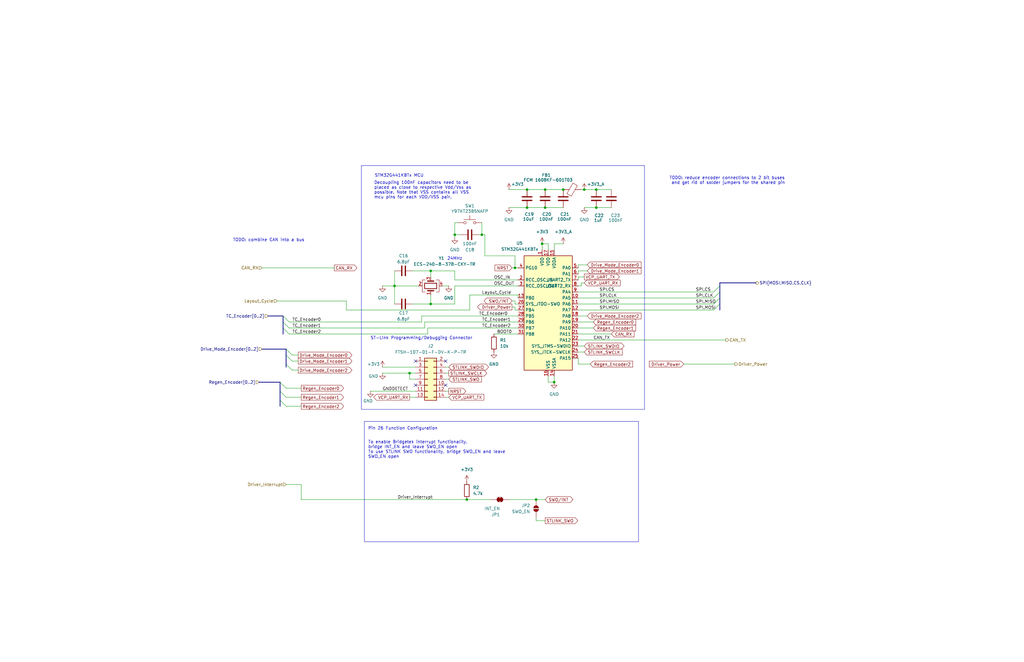
<source format=kicad_sch>
(kicad_sch (version 20250114) (generator "eeschema") (generator_version "9.0")
  (paper "B")
  (title_block (title "Steering Wheel Board") (date "2026-01-07") (rev "1.0") (company "Formula Slug") (comment 1 "Nova Mondal") (comment 2 "Jesse Osteen, Brian Acosta") (comment 6 "MCU"))
  (lib_symbols
    (symbol "Connector_Generic:Conn_02x07_Odd_Even" (pin_names (offset 1.016) (hide yes))
      (property "Reference" "J" (at 1.27 10.16 0))
      (property "Value" "Conn_02x07_Odd_Even" (at 1.27 -10.16 0))
      (symbol "Conn_02x07_Odd_Even_1_1"
        (rectangle (start -1.27 8.89) (end 3.81 -8.89) (stroke (width 0.254)) (fill (type background)))
        (rectangle (start -1.27 7.747) (end 0 7.493) (stroke (width 0.1524)))
        (rectangle (start -1.27 5.207) (end 0 4.953) (stroke (width 0.1524)))
        (rectangle (start -1.27 2.667) (end 0 2.413) (stroke (width 0.1524)))
        (rectangle (start -1.27 0.127) (end 0 -0.127) (stroke (width 0.1524)))
        (rectangle (start -1.27 -2.413) (end 0 -2.667) (stroke (width 0.1524)))
        (rectangle (start -1.27 -4.953) (end 0 -5.207) (stroke (width 0.1524)))
        (rectangle (start -1.27 -7.493) (end 0 -7.747) (stroke (width 0.1524)))
        (rectangle (start 3.81 7.747) (end 2.54 7.493) (stroke (width 0.1524)))
        (rectangle (start 3.81 5.207) (end 2.54 4.953) (stroke (width 0.1524)))
        (rectangle (start 3.81 2.667) (end 2.54 2.413) (stroke (width 0.1524)))
        (rectangle (start 3.81 0.127) (end 2.54 -0.127) (stroke (width 0.1524)))
        (rectangle (start 3.81 -2.413) (end 2.54 -2.667) (stroke (width 0.1524)))
        (rectangle (start 3.81 -4.953) (end 2.54 -5.207) (stroke (width 0.1524)))
        (rectangle (start 3.81 -7.493) (end 2.54 -7.747) (stroke (width 0.1524)))
        (pin passive line (at -5.08 7.62 0) (length 3.81) (name "Pin_1") (number "1"))
        (pin passive line (at -5.08 5.08 0) (length 3.81) (name "Pin_3") (number "3"))
        (pin passive line (at -5.08 2.54 0) (length 3.81) (name "Pin_5") (number "5"))
        (pin passive line (at -5.08 0 0) (length 3.81) (name "Pin_7") (number "7"))
        (pin passive line (at -5.08 -2.54 0) (length 3.81) (name "Pin_9") (number "9"))
        (pin passive line (at -5.08 -5.08 0) (length 3.81) (name "Pin_11") (number "11"))
        (pin passive line (at -5.08 -7.62 0) (length 3.81) (name "Pin_13") (number "13"))
        (pin passive line (at 7.62 7.62 180) (length 3.81) (name "Pin_2") (number "2"))
        (pin passive line (at 7.62 5.08 180) (length 3.81) (name "Pin_4") (number "4"))
        (pin passive line (at 7.62 2.54 180) (length 3.81) (name "Pin_6") (number "6"))
        (pin passive line (at 7.62 0 180) (length 3.81) (name "Pin_8") (number "8"))
        (pin passive line (at 7.62 -2.54 180) (length 3.81) (name "Pin_10") (number "10"))
        (pin passive line (at 7.62 -5.08 180) (length 3.81) (name "Pin_12") (number "12"))
        (pin passive line (at 7.62 -7.62 180) (length 3.81) (name "Pin_14") (number "14"))
      )
    )
    (symbol "Device:C" (pin_numbers (hide yes)) (pin_names (offset 0.254))
      (property "Reference" "C" (at 0.635 2.54 0))
      (property "Value" "C" (at 0.635 -2.54 0))
      (symbol "C_0_1"
        (polyline (pts (xy -2.032 0.762) (xy 2.032 0.762)) (stroke (width 0.508)))
        (polyline (pts (xy -2.032 -0.762) (xy 2.032 -0.762)) (stroke (width 0.508)))
      )
      (symbol "C_1_1"
        (pin passive line (at 0 3.81 270) (length 2.794) (name "~") (number "1"))
        (pin passive line (at 0 -3.81 90) (length 2.794) (name "~") (number "2"))
      )
    )
    (symbol "Device:Crystal_GND24" (pin_names (offset 1.016) (hide yes))
      (property "Reference" "Y" (at 3.175 5.08 0))
      (property "Value" "Crystal_GND24" (at 3.175 3.175 0))
      (symbol "Crystal_GND24_0_1"
        (polyline (pts (xy -2.54 2.286) (xy -2.54 3.556) (xy 2.54 3.556) (xy 2.54 2.286)))
        (polyline (pts (xy -2.54 0) (xy -2.032 0)))
        (polyline (pts (xy -2.54 -2.286) (xy -2.54 -3.556) (xy 2.54 -3.556) (xy 2.54 -2.286)))
        (polyline (pts (xy -2.032 -1.27) (xy -2.032 1.27)) (stroke (width 0.508)))
        (rectangle (start -1.143 2.54) (end 1.143 -2.54) (stroke (width 0.3048)))
        (polyline (pts (xy 0 3.556) (xy 0 3.81)))
        (polyline (pts (xy 0 -3.81) (xy 0 -3.556)))
        (polyline (pts (xy 2.032 0) (xy 2.54 0)))
        (polyline (pts (xy 2.032 -1.27) (xy 2.032 1.27)) (stroke (width 0.508)))
      )
      (symbol "Crystal_GND24_1_1"
        (pin passive line (at -3.81 0 0) (length 1.27) (name "1") (number "1"))
        (pin passive line (at 0 5.08 270) (length 1.27) (name "2") (number "2"))
        (pin passive line (at 0 -5.08 90) (length 1.27) (name "4") (number "4"))
        (pin passive line (at 3.81 0 180) (length 1.27) (name "3") (number "3"))
      )
    )
    (symbol "Device:FerriteBead" (pin_numbers (hide yes)) (pin_names (offset 0))
      (property "Reference" "FB" (at -3.81 0.635 90))
      (property "Value" "FerriteBead" (at 3.81 0 90))
      (symbol "FerriteBead_0_1"
        (polyline (pts (xy -2.7686 0.4064) (xy -1.7018 2.2606) (xy 2.7686 -0.3048) (xy 1.6764 -2.159) (xy -2.7686 0.4064)))
        (polyline (pts (xy 0 1.27) (xy 0 1.2954)))
        (polyline (pts (xy 0 -1.27) (xy 0 -1.2192)))
      )
      (symbol "FerriteBead_1_1"
        (pin passive line (at 0 3.81 270) (length 2.54) (name "~") (number "1"))
        (pin passive line (at 0 -3.81 90) (length 2.54) (name "~") (number "2"))
      )
    )
    (symbol "Device:R" (pin_numbers (hide yes)) (pin_names (offset 0))
      (property "Reference" "R" (at 2.032 0 90))
      (property "Value" "R" (at 0 0 90))
      (symbol "R_0_1"
        (rectangle (start -1.016 -2.54) (end 1.016 2.54) (stroke (width 0.254)))
      )
      (symbol "R_1_1"
        (pin passive line (at 0 3.81 270) (length 1.27) (name "~") (number "1"))
        (pin passive line (at 0 -3.81 90) (length 1.27) (name "~") (number "2"))
      )
    )
    (symbol "Jumper:SolderJumper_2_Bridged" (pin_numbers (hide yes)) (pin_names (offset 0) (hide yes)) (in_bom no)
      (property "Reference" "JP" (at 0 2.032 0))
      (property "Value" "SolderJumper_2_Bridged" (at 0 -2.54 0))
      (symbol "SolderJumper_2_Bridged_0_1"
        (rectangle (start -0.508 0.508) (end 0.508 -0.508) (fill (type outline)))
        (polyline (pts (xy -0.254 1.016) (xy -0.254 -1.016)))
        (arc (start -0.254 -1.016) (mid -1.2656 0) (end -0.254 1.016))
        (arc (start -0.254 -1.016) (mid -1.2656 0) (end -0.254 1.016) (fill (type outline)))
        (arc (start 0.254 1.016) (mid 1.2656 0) (end 0.254 -1.016))
        (arc (start 0.254 1.016) (mid 1.2656 0) (end 0.254 -1.016) (fill (type outline)))
        (polyline (pts (xy 0.254 1.016) (xy 0.254 -1.016)))
      )
      (symbol "SolderJumper_2_Bridged_1_1"
        (pin passive line (at -3.81 0 0) (length 2.54) (name "A") (number "1"))
        (pin passive line (at 3.81 0 180) (length 2.54) (name "B") (number "2"))
      )
    )
    (symbol "Jumper:SolderJumper_2_Open" (pin_numbers (hide yes)) (pin_names (offset 0) (hide yes)) (in_bom no)
      (property "Reference" "JP" (at 0 2.032 0))
      (property "Value" "SolderJumper_2_Open" (at 0 -2.54 0))
      (symbol "SolderJumper_2_Open_0_1"
        (polyline (pts (xy -0.254 1.016) (xy -0.254 -1.016)))
        (arc (start -0.254 -1.016) (mid -1.2656 0) (end -0.254 1.016))
        (arc (start -0.254 -1.016) (mid -1.2656 0) (end -0.254 1.016) (fill (type outline)))
        (arc (start 0.254 1.016) (mid 1.2656 0) (end 0.254 -1.016))
        (arc (start 0.254 1.016) (mid 1.2656 0) (end 0.254 -1.016) (fill (type outline)))
        (polyline (pts (xy 0.254 1.016) (xy 0.254 -1.016)))
      )
      (symbol "SolderJumper_2_Open_1_1"
        (pin passive line (at -3.81 0 0) (length 2.54) (name "A") (number "1"))
        (pin passive line (at 3.81 0 180) (length 2.54) (name "B") (number "2"))
      )
    )
    (symbol "MCU_ST_STM32G4:STM32G441KBTx"
      (property "Reference" "U" (at -10.16 26.67 0))
      (property "Value" "STM32G441KBTx" (at 5.08 26.67 0))
      (symbol "STM32G441KBTx_0_1"
        (rectangle (start -10.16 -22.86) (end 10.16 25.4) (stroke (width 0.254)) (fill (type background)))
      )
      (symbol "STM32G441KBTx_1_1"
        (pin bidirectional line (at -12.7 20.32 0) (length 2.54) (name "PG10") (number "4"))
        (pin bidirectional line (at -12.7 15.24 0) (length 2.54) (name "PF0") (number "2") (alternate "RCC_OSC_IN" bidirectional line))
        (pin bidirectional line (at -12.7 12.7 0) (length 2.54) (name "PF1") (number "3") (alternate "RCC_OSC_OUT" bidirectional line))
        (pin bidirectional line (at -12.7 7.62 0) (length 2.54) (name "PB0") (number "13"))
        (pin bidirectional line (at -12.7 5.08 0) (length 2.54) (name "PB3") (number "26") (alternate "SYS_JTDO-SWO" bidirectional line) (alternate "USART2_TX" bidirectional line))
        (pin bidirectional line (at -12.7 2.54 0) (length 2.54) (name "PB4") (number "27") (alternate "USART2_RX" bidirectional line))
        (pin bidirectional line (at -12.7 0 0) (length 2.54) (name "PB5") (number "28"))
        (pin bidirectional line (at -12.7 -2.54 0) (length 2.54) (name "PB6") (number "29"))
        (pin bidirectional line (at -12.7 -5.08 0) (length 2.54) (name "PB7") (number "30"))
        (pin bidirectional line (at -12.7 -7.62 0) (length 2.54) (name "PB8") (number "31"))
        (pin power_in line (at -2.54 27.94 270) (length 2.54) (name "VDD") (number "1"))
        (pin power_in line (at 0 27.94 270) (length 2.54) (name "VDD") (number "17"))
        (pin power_in line (at 0 -25.4 90) (length 2.54) (name "VSS") (number "16"))
        (pin passive line (at 0 -25.4 90) (length 2.54) (hide yes) (name "VSS") (number "32"))
        (pin power_in line (at 2.54 27.94 270) (length 2.54) (name "VDDA") (number "15"))
        (pin power_in line (at 2.54 -25.4 90) (length 2.54) (name "VSSA") (number "14"))
        (pin bidirectional line (at 12.7 20.32 180) (length 2.54) (name "PA0") (number "5"))
        (pin bidirectional line (at 12.7 17.78 180) (length 2.54) (name "PA1") (number "6"))
        (pin bidirectional line (at 12.7 15.24 180) (length 2.54) (name "PA2") (number "7") (alternate "USART2_TX" bidirectional line))
        (pin bidirectional line (at 12.7 12.7 180) (length 2.54) (name "PA3") (number "8") (alternate "USART2_RX" bidirectional line))
        (pin bidirectional line (at 12.7 10.16 180) (length 2.54) (name "PA4") (number "9"))
        (pin bidirectional line (at 12.7 7.62 180) (length 2.54) (name "PA5") (number "10"))
        (pin bidirectional line (at 12.7 5.08 180) (length 2.54) (name "PA6") (number "11"))
        (pin bidirectional line (at 12.7 2.54 180) (length 2.54) (name "PA7") (number "12"))
        (pin bidirectional line (at 12.7 0 180) (length 2.54) (name "PA8") (number "18"))
        (pin bidirectional line (at 12.7 -2.54 180) (length 2.54) (name "PA9") (number "19"))
        (pin bidirectional line (at 12.7 -5.08 180) (length 2.54) (name "PA10") (number "20"))
        (pin bidirectional line (at 12.7 -7.62 180) (length 2.54) (name "PA11") (number "21"))
        (pin bidirectional line (at 12.7 -10.16 180) (length 2.54) (name "PA12") (number "22"))
        (pin bidirectional line (at 12.7 -12.7 180) (length 2.54) (name "PA13") (number "23") (alternate "SYS_JTMS-SWDIO" bidirectional line))
        (pin bidirectional line (at 12.7 -15.24 180) (length 2.54) (name "PA14") (number "24") (alternate "SYS_JTCK-SWCLK" bidirectional line) (alternate "USART2_TX" bidirectional line))
        (pin bidirectional line (at 12.7 -17.78 180) (length 2.54) (name "PA15") (number "25") (alternate "USART2_RX" bidirectional line))
      )
    )
    (symbol "Switch:SW_Push" (pin_numbers (hide yes)) (pin_names (offset 1.016) (hide yes))
      (property "Reference" "SW" (at 1.27 2.54 0))
      (property "Value" "SW_Push" (at 0 -1.524 0))
      (symbol "SW_Push_0_1"
        (circle (center -2.032 0) (radius 0.508))
        (polyline (pts (xy 0 1.27) (xy 0 3.048)))
        (circle (center 2.032 0) (radius 0.508))
        (polyline (pts (xy 2.54 1.27) (xy -2.54 1.27)))
        (pin passive line (at -5.08 0 0) (length 2.54) (name "1") (number "1"))
        (pin passive line (at 5.08 0 180) (length 2.54) (name "2") (number "2"))
      )
    )
    (symbol "power:+3V3" (power) (pin_numbers (hide yes)) (pin_names (offset 0) (hide yes))
      (property "Value" "+3V3" (at 0 3.556 0))
      (symbol "+3V3_0_1"
        (polyline (pts (xy -0.762 1.27) (xy 0 2.54)))
        (polyline (pts (xy 0 2.54) (xy 0.762 1.27)))
        (polyline (pts (xy 0 0) (xy 0 2.54)))
      )
      (symbol "+3V3_1_1"
        (pin power_in line (at 0 0 90) (length 0) (name "~") (number "1"))
      )
    )
    (symbol "power:GND" (power) (pin_numbers (hide yes)) (pin_names (offset 0) (hide yes))
      (property "Value" "GND" (at 0 -3.81 0))
      (symbol "GND_0_1"
        (polyline (pts (xy 0 0) (xy 0 -1.27) (xy 1.27 -1.27) (xy 0 -2.54) (xy -1.27 -1.27) (xy 0 -1.27)))
      )
      (symbol "GND_1_1"
        (pin power_in line (at 0 0 270) (length 0) (name "~") (number "1"))
      )
    )
  )
  (rectangle (start 152.4 69.85) (end 271.78 172.72))
  (rectangle (start 153.67 177.8) (end 269.24 228.6))
  (text "STM32G441KBTx MCU" (at 157.988 73.406 0) (effects (font (size 1.27 1.27)) (justify left top)))
  (text "Pin 26 Function Configuration" (at 155.194 180.848 0) (effects (font (size 1.27 1.27)) (justify left)))
  (text "TODO: combine CAN into a bus" (at 113.284 101.346 0) (effects (font (size 1.27 1.27))))
  (text "24MHz" (at 191.77 109.22 0) (effects (font (size 1.27 1.27))))
  (text "Decoupling 100nF capacitors need to be\nplaced as close to respective Vdd/Vss as\npossible. Note that VSS contains all VSS \nmcu pins for each VDD/VSS pair." (at 157.734 80.264 0) (effects (font (size 1.27 1.27)) (justify left)))
  (text "TODO: reduce encoder connections to 2 bit buses \nand get rid of solder jumpers for the shared pin" (at 307.086 76.2 0) (effects (font (size 1.27 1.27))))
  (text "ST-Link Programming/Debugging Connector" (at 156.21 141.986 0) (effects (font (size 1.27 1.27)) (justify left top)))
  (text "To enable Bridgetek interrupt functionality, \nbridge INT_EN and leave SWO_EN open\nTo use STLINK SWO functionality, bridge SWO_EN and leave \nSWO_EN open\n" (at 155.194 189.738 0) (effects (font (size 1.27 1.27)) (justify left)))
  (junction (at 251.46 87.63))
  (junction (at 217.17 113.03))
  (junction (at 172.72 157.48))
  (junction (at 226.06 210.82))
  (junction (at 233.68 161.29))
  (junction (at 229.87 87.63))
  (junction (at 237.49 80.01))
  (junction (at 222.25 80.01))
  (junction (at 228.6 102.87))
  (junction (at 181.61 128.27))
  (junction (at 222.25 87.63))
  (junction (at 251.46 80.01))
  (junction (at 191.77 99.06))
  (junction (at 229.87 80.01))
  (junction (at 246.38 80.01))
  (junction (at 203.2 99.06))
  (junction (at 166.37 120.65))
  (junction (at 181.61 114.3))
  (junction (at 196.85 210.82))
  (no_connect (at 175.26 162.56))
  (no_connect (at 175.26 152.4))
  (no_connect (at 187.96 162.56))
  (no_connect (at 187.96 152.4))
  (bus_entry (at 120.65 153.67) (size 2.54 2.54))
  (bus_entry (at 118.11 168.91) (size 2.54 2.54))
  (bus_entry (at 303.53 125.73) (size -2.54 2.54))
  (bus_entry (at 119.38 133.35) (size 2.54 2.54))
  (bus_entry (at 303.53 123.19) (size -2.54 2.54))
  (bus_entry (at 303.53 128.27) (size -2.54 2.54))
  (bus_entry (at 119.38 138.43) (size 2.54 2.54))
  (bus_entry (at 120.65 147.32) (size 2.54 2.54))
  (bus_entry (at 119.38 135.89) (size 2.54 2.54))
  (bus_entry (at 118.11 165.1) (size 2.54 2.54))
  (bus_entry (at 118.11 161.29) (size 2.54 2.54))
  (bus_entry (at 120.65 149.86) (size 2.54 2.54))
  (bus_entry (at 303.53 120.65) (size -2.54 2.54))
  (wire (pts (xy 175.26 160.02) (xy 172.72 160.02)))
  (wire (pts (xy 187.96 165.1) (xy 189.23 165.1)))
  (wire (pts (xy 161.29 120.65) (xy 166.37 120.65)))
  (wire (pts (xy 217.17 128.27) (xy 218.44 128.27)))
  (wire (pts (xy 121.92 138.43) (xy 179.07 138.43)))
  (bus (pts (xy 120.65 149.86) (xy 120.65 153.67)))
  (bus (pts (xy 110.49 147.32) (xy 120.65 147.32)))
  (wire (pts (xy 179.07 135.89) (xy 218.44 135.89)))
  (wire (pts (xy 191.77 120.65) (xy 218.44 120.65)))
  (bus (pts (xy 303.53 120.65) (xy 303.53 123.19)))
  (wire (pts (xy 166.37 120.65) (xy 176.53 120.65)))
  (bus (pts (xy 113.03 133.35) (xy 119.38 133.35)))
  (wire (pts (xy 233.68 158.75) (xy 233.68 161.29)))
  (wire (pts (xy 217.17 129.54) (xy 217.17 130.81)))
  (wire (pts (xy 110.49 113.03) (xy 140.97 113.03)))
  (wire (pts (xy 243.84 146.05) (xy 246.38 146.05)))
  (wire (pts (xy 243.84 123.19) (xy 300.99 123.19)))
  (bus (pts (xy 120.65 153.67) (xy 120.65 154.94)))
  (bus (pts (xy 119.38 135.89) (xy 119.38 138.43)))
  (wire (pts (xy 231.14 161.29) (xy 233.68 161.29)))
  (wire (pts (xy 196.85 210.82) (xy 207.01 210.82)))
  (wire (pts (xy 191.77 100.33) (xy 191.77 99.06)))
  (wire (pts (xy 156.21 165.1) (xy 175.26 165.1)))
  (wire (pts (xy 243.84 133.35) (xy 247.65 133.35)))
  (wire (pts (xy 243.84 140.97) (xy 257.81 140.97)))
  (wire (pts (xy 233.68 102.87) (xy 233.68 105.41)))
  (bus (pts (xy 303.53 123.19) (xy 303.53 125.73)))
  (wire (pts (xy 214.63 210.82) (xy 226.06 210.82)))
  (wire (pts (xy 120.65 204.47) (xy 127 204.47)))
  (wire (pts (xy 229.87 87.63) (xy 237.49 87.63)))
  (wire (pts (xy 191.77 99.06) (xy 194.31 99.06)))
  (wire (pts (xy 243.84 128.27) (xy 300.99 128.27)))
  (wire (pts (xy 214.63 80.01) (xy 222.25 80.01)))
  (wire (pts (xy 181.61 116.84) (xy 181.61 114.3)))
  (wire (pts (xy 214.63 87.63) (xy 222.25 87.63)))
  (wire (pts (xy 127 204.47) (xy 127 210.82)))
  (wire (pts (xy 243.84 125.73) (xy 300.99 125.73)))
  (wire (pts (xy 243.84 135.89) (xy 250.19 135.89)))
  (wire (pts (xy 191.77 93.98) (xy 191.77 99.06)))
  (wire (pts (xy 243.84 111.76) (xy 243.84 113.03)))
  (bus (pts (xy 303.53 120.65) (xy 303.53 119.38)))
  (wire (pts (xy 243.84 153.67) (xy 248.92 153.67)))
  (wire (pts (xy 191.77 128.27) (xy 181.61 128.27)))
  (wire (pts (xy 226.06 210.82) (xy 229.87 210.82)))
  (bus (pts (xy 120.65 147.32) (xy 120.65 149.86)))
  (wire (pts (xy 123.19 152.4) (xy 125.73 152.4)))
  (wire (pts (xy 120.65 163.83) (xy 127 163.83)))
  (wire (pts (xy 177.8 135.89) (xy 177.8 133.35)))
  (wire (pts (xy 229.87 80.01) (xy 237.49 80.01)))
  (wire (pts (xy 123.19 149.86) (xy 125.73 149.86)))
  (wire (pts (xy 173.99 128.27) (xy 181.61 128.27)))
  (wire (pts (xy 245.11 120.65) (xy 243.84 120.65)))
  (wire (pts (xy 186.69 120.65) (xy 189.23 120.65)))
  (bus (pts (xy 118.11 165.1) (xy 118.11 168.91)))
  (wire (pts (xy 288.29 153.67) (xy 309.88 153.67)))
  (wire (pts (xy 243.84 151.13) (xy 243.84 153.67)))
  (wire (pts (xy 201.93 99.06) (xy 203.2 99.06)))
  (wire (pts (xy 198.12 124.46) (xy 218.44 124.46)))
  (wire (pts (xy 222.25 87.63) (xy 229.87 87.63)))
  (wire (pts (xy 229.87 219.71) (xy 226.06 219.71)))
  (wire (pts (xy 215.9 113.03) (xy 217.17 113.03)))
  (wire (pts (xy 127 210.82) (xy 196.85 210.82)))
  (wire (pts (xy 166.37 120.65) (xy 166.37 128.27)))
  (wire (pts (xy 246.38 80.01) (xy 251.46 80.01)))
  (wire (pts (xy 217.17 129.54) (xy 215.9 129.54)))
  (wire (pts (xy 146.05 130.81) (xy 146.05 127)))
  (wire (pts (xy 120.65 167.64) (xy 127 167.64)))
  (wire (pts (xy 116.84 127) (xy 146.05 127)))
  (wire (pts (xy 120.65 171.45) (xy 127 171.45)))
  (wire (pts (xy 203.2 93.98) (xy 203.2 99.06)))
  (wire (pts (xy 179.07 138.43) (xy 179.07 135.89)))
  (wire (pts (xy 217.17 113.03) (xy 217.17 107.95)))
  (wire (pts (xy 204.47 107.95) (xy 217.17 107.95)))
  (wire (pts (xy 243.84 114.3) (xy 247.65 114.3)))
  (wire (pts (xy 198.12 124.46) (xy 198.12 130.81)))
  (wire (pts (xy 231.14 158.75) (xy 231.14 161.29)))
  (wire (pts (xy 204.47 107.95) (xy 204.47 99.06)))
  (wire (pts (xy 217.17 130.81) (xy 218.44 130.81)))
  (wire (pts (xy 172.72 160.02) (xy 172.72 157.48)))
  (wire (pts (xy 243.84 130.81) (xy 300.99 130.81)))
  (wire (pts (xy 191.77 118.11) (xy 218.44 118.11)))
  (wire (pts (xy 180.34 138.43) (xy 218.44 138.43)))
  (wire (pts (xy 187.96 160.02) (xy 189.23 160.02)))
  (wire (pts (xy 180.34 140.97) (xy 180.34 138.43)))
  (wire (pts (xy 222.25 80.01) (xy 229.87 80.01)))
  (wire (pts (xy 191.77 114.3) (xy 191.77 118.11)))
  (wire (pts (xy 243.84 111.76) (xy 247.65 111.76)))
  (wire (pts (xy 121.92 135.89) (xy 177.8 135.89)))
  (wire (pts (xy 251.46 87.63) (xy 257.81 87.63)))
  (bus (pts (xy 303.53 125.73) (xy 303.53 128.27)))
  (wire (pts (xy 123.19 156.21) (xy 125.73 156.21)))
  (wire (pts (xy 161.29 154.94) (xy 175.26 154.94)))
  (wire (pts (xy 246.38 87.63) (xy 251.46 87.63)))
  (wire (pts (xy 146.05 130.81) (xy 198.12 130.81)))
  (wire (pts (xy 243.84 143.51) (xy 306.07 143.51)))
  (bus (pts (xy 303.53 128.27) (xy 303.53 130.81)))
  (wire (pts (xy 161.29 157.48) (xy 172.72 157.48)))
  (bus (pts (xy 109.22 161.29) (xy 118.11 161.29)))
  (wire (pts (xy 228.6 102.87) (xy 231.14 102.87)))
  (wire (pts (xy 243.84 138.43) (xy 250.19 138.43)))
  (wire (pts (xy 172.72 167.64) (xy 175.26 167.64)))
  (wire (pts (xy 187.96 157.48) (xy 189.23 157.48)))
  (wire (pts (xy 243.84 116.84) (xy 243.84 118.11)))
  (wire (pts (xy 189.23 167.64) (xy 187.96 167.64)))
  (wire (pts (xy 177.8 133.35) (xy 218.44 133.35)))
  (wire (pts (xy 208.28 140.97) (xy 218.44 140.97)))
  (wire (pts (xy 245.11 80.01) (xy 246.38 80.01)))
  (wire (pts (xy 172.72 157.48) (xy 175.26 157.48)))
  (wire (pts (xy 121.92 140.97) (xy 180.34 140.97)))
  (wire (pts (xy 245.11 119.38) (xy 245.11 120.65)))
  (wire (pts (xy 228.6 102.87) (xy 228.6 105.41)))
  (wire (pts (xy 181.61 114.3) (xy 191.77 114.3)))
  (wire (pts (xy 181.61 124.46) (xy 181.61 128.27)))
  (wire (pts (xy 191.77 93.98) (xy 193.04 93.98)))
  (wire (pts (xy 226.06 218.44) (xy 226.06 219.71)))
  (wire (pts (xy 233.68 102.87) (xy 237.49 102.87)))
  (wire (pts (xy 251.46 80.01) (xy 257.81 80.01)))
  (wire (pts (xy 191.77 120.65) (xy 191.77 128.27)))
  (wire (pts (xy 173.99 114.3) (xy 181.61 114.3)))
  (wire (pts (xy 243.84 148.59) (xy 246.38 148.59)))
  (bus (pts (xy 118.11 161.29) (xy 118.11 165.1)))
  (bus (pts (xy 118.11 168.91) (xy 118.11 171.45)))
  (wire (pts (xy 203.2 99.06) (xy 204.47 99.06)))
  (wire (pts (xy 187.96 154.94) (xy 189.23 154.94)))
  (wire (pts (xy 217.17 113.03) (xy 218.44 113.03)))
  (wire (pts (xy 243.84 116.84) (xy 246.38 116.84)))
  (bus (pts (xy 119.38 138.43) (xy 119.38 140.97)))
  (wire (pts (xy 217.17 127) (xy 217.17 128.27)))
  (wire (pts (xy 245.11 119.38) (xy 246.38 119.38)))
  (wire (pts (xy 243.84 115.57) (xy 243.84 114.3)))
  (bus (pts (xy 303.53 119.38) (xy 318.77 119.38)))
  (bus (pts (xy 119.38 135.89) (xy 119.38 133.35)))
  (wire (pts (xy 218.44 124.46) (xy 218.44 125.73)))
  (wire (pts (xy 215.9 127) (xy 217.17 127)))
  (wire (pts (xy 231.14 102.87) (xy 231.14 105.41)))
  (wire (pts (xy 166.37 114.3) (xy 166.37 120.65)))
  (label "TC_Encoder2" (at 203.2 138.43 0))
  (label "SPI.MOSI" (at 293.37 130.81 0))
  (label "Layout_Cycle" (at 203.2 124.46 0))
  (label "SPI.CLK" (at 293.37 125.73 0))
  (label "TC_Encoder1" (at 203.2 135.89 0))
  (label "SPI.MISO" (at 252.73 128.27 0))
  (label "SPI.CLK" (at 252.73 125.73 0))
  (label "BOOT0" (at 209.55 140.97 0))
  (label "TC_Encoder1" (at 123.19 138.43 0))
  (label "TC_Encoder0" (at 123.19 135.89 0))
  (label "SPI.CS" (at 293.37 123.19 0))
  (label "GNDDETECT" (at 161.29 165.1 0))
  (label "TC_Encoder0" (at 201.93 133.35 0))
  (label "CAN_TX" (at 250.19 143.51 0))
  (label "SPI.MISO" (at 293.37 128.27 0))
  (label "SPI.CS" (at 252.73 123.19 0))
  (label "TC_Encoder2" (at 123.19 140.97 0))
  (label "OSC_IN" (at 208.28 118.11 0))
  (label "SPI.MOSI" (at 252.73 130.81 0))
  (label "Driver_Interrupt" (at 167.64 210.82 0))
  (label "OSC_OUT" (at 208.28 120.65 0))
  (global_label "Driver_Power" (shape output) (at 215.9 129.54 180) (property "Intersheetrefs" "${INTERSHEET_REFS}" (effects (hide yes))))
  (global_label "STLINK_SWO" (shape input) (at 189.23 160.02 0) (property "Intersheetrefs" "${INTERSHEET_REFS}" (effects (hide yes))))
  (global_label "STLINK_SWCLK" (shape input) (at 246.38 148.59 0) (property "Intersheetrefs" "${INTERSHEET_REFS}" (effects (hide yes))))
  (global_label "NRST" (shape output) (at 189.23 165.1 0) (property "Intersheetrefs" "${INTERSHEET_REFS}" (effects (hide yes))))
  (global_label "STLINK_SWDIO" (shape bidirectional) (at 189.23 154.94 0) (property "Intersheetrefs" "${INTERSHEET_REFS}" (effects (hide yes))))
  (global_label "CAN_RX" (shape input) (at 257.81 140.97 0) (property "Intersheetrefs" "${INTERSHEET_REFS}" (effects (hide yes))))
  (global_label "Regen_Encoder0" (shape input) (at 250.19 135.89 0) (property "Intersheetrefs" "${INTERSHEET_REFS}" (effects (hide yes))))
  (global_label "Regen_Encoder2" (shape output) (at 127 171.45 0) (property "Intersheetrefs" "${INTERSHEET_REFS}" (effects (hide yes))))
  (global_label "Drive_Mode_Encoder0" (shape input) (at 247.65 111.76 0) (property "Intersheetrefs" "${INTERSHEET_REFS}" (effects (hide yes))))
  (global_label "SWO{slash}INT" (shape bidirectional) (at 215.9 127 180) (property "Intersheetrefs" "${INTERSHEET_REFS}" (effects (hide yes))))
  (global_label "Regen_Encoder1" (shape output) (at 127 167.64 0) (property "Intersheetrefs" "${INTERSHEET_REFS}" (effects (hide yes))))
  (global_label "CAN_RX" (shape output) (at 140.97 113.03 0) (property "Intersheetrefs" "${INTERSHEET_REFS}" (effects (hide yes))))
  (global_label "Driver_Power" (shape input) (at 288.29 153.67 180) (property "Intersheetrefs" "${INTERSHEET_REFS}" (effects (hide yes))))
  (global_label "Drive_Mode_Encoder2" (shape output) (at 125.73 156.21 0) (property "Intersheetrefs" "${INTERSHEET_REFS}" (effects (hide yes))))
  (global_label "VCP_UART_RX" (shape output) (at 172.72 167.64 180) (property "Intersheetrefs" "${INTERSHEET_REFS}" (effects (hide yes))))
  (global_label "Regen_Encoder1" (shape input) (at 250.19 138.43 0) (property "Intersheetrefs" "${INTERSHEET_REFS}" (effects (hide yes))))
  (global_label "VCP_UART_TX" (shape output) (at 246.38 116.84 0) (property "Intersheetrefs" "${INTERSHEET_REFS}" (effects (hide yes))))
  (global_label "NRST" (shape input) (at 215.9 113.03 180) (property "Intersheetrefs" "${INTERSHEET_REFS}" (effects (hide yes))))
  (global_label "Regen_Encoder0" (shape output) (at 127 163.83 0) (property "Intersheetrefs" "${INTERSHEET_REFS}" (effects (hide yes))))
  (global_label "Drive_Mode_Encoder2" (shape input) (at 247.65 133.35 0) (property "Intersheetrefs" "${INTERSHEET_REFS}" (effects (hide yes))))
  (global_label "VCP_UART_RX" (shape input) (at 246.38 119.38 0) (property "Intersheetrefs" "${INTERSHEET_REFS}" (effects (hide yes))))
  (global_label "STLINK_SWCLK" (shape output) (at 189.23 157.48 0) (property "Intersheetrefs" "${INTERSHEET_REFS}" (effects (hide yes))))
  (global_label "Drive_Mode_Encoder1" (shape input) (at 247.65 114.3 0) (property "Intersheetrefs" "${INTERSHEET_REFS}" (effects (hide yes))))
  (global_label "VCP_UART_TX" (shape input) (at 189.23 167.64 0) (property "Intersheetrefs" "${INTERSHEET_REFS}" (effects (hide yes))))
  (global_label "STLINK_SWO" (shape output) (at 229.87 219.71 0) (property "Intersheetrefs" "${INTERSHEET_REFS}" (effects (hide yes))))
  (global_label "SWO{slash}INT" (shape bidirectional) (at 229.87 210.82 0) (property "Intersheetrefs" "${INTERSHEET_REFS}" (effects (hide yes))))
  (global_label "Drive_Mode_Encoder1" (shape output) (at 125.73 152.4 0) (property "Intersheetrefs" "${INTERSHEET_REFS}" (effects (hide yes))))
  (global_label "STLINK_SWDIO" (shape bidirectional) (at 246.38 146.05 0) (property "Intersheetrefs" "${INTERSHEET_REFS}" (effects (hide yes))))
  (global_label "Drive_Mode_Encoder0" (shape output) (at 125.73 149.86 0) (property "Intersheetrefs" "${INTERSHEET_REFS}" (effects (hide yes))))
  (global_label "Regen_Encoder2" (shape input) (at 248.92 153.67 0) (property "Intersheetrefs" "${INTERSHEET_REFS}" (effects (hide yes))))
  (hierarchical_label "Drive_Mode_Encoder[0..2]" (shape input) (at 110.49 147.32 180))
  (hierarchical_label "Layout_Cycle" (shape input) (at 116.84 127 180))
  (hierarchical_label "CAN_TX" (shape output) (at 306.07 143.51 0))
  (hierarchical_label "CAN_RX" (shape input) (at 110.49 113.03 180))
  (hierarchical_label "Regen_Encoder[0..2]" (shape input) (at 109.22 161.29 180))
  (hierarchical_label "SPI{MOSI,MISO,CS,CLK}" (shape output) (at 318.77 119.38 0))
  (hierarchical_label "Driver_Interrupt" (shape input) (at 120.65 204.47 180))
  (hierarchical_label "TC_Encoder[0..2]" (shape input) (at 113.03 133.35 180))
  (hierarchical_label "Driver_Power" (shape output) (at 309.88 153.67 0))
  (symbol (lib_id "power:GND") (at 191.77 100.33 0) (unit 1)
    (property "Reference" "#PWR?" (effects (hide yes)))
    (property "Value" "GND" (at 191.77 105.41 0))
    (property "Description" "Power symbol creates a global label with name \"GND\" , ground" (effects (hide yes)))
  )
  (symbol (lib_id "Device:Crystal_GND24") (at 181.61 120.65 90) (unit 1)
    (property "Reference" "Y1" (at 186.182 108.966 90))
    (property "Value" "ECS-240-8-37B-CKY-TR" (at 187.452 111.506 90))
    (property "Footprint" "Crystal:Crystal_SMD_2016-4Pin_2.0x1.6mm" (effects (hide yes)))
    (property "Datasheet" "https://ecsxtal.com/store/pdf/ECX-1637B.pdf" (effects (hide yes)))
    (property "Description" "Four pin crystal, GND on pins 2 and 4" (effects (hide yes)))
    (property "Digi PN" "XC3063CT-ND" (effects (hide yes)))
    (property "MFG" "ECS" (effects (hide yes)))
    (property "MFG PN" "ECS-240-8-37B-CKY-TR" (effects (hide yes)))
    (property "Digi URL" "https://www.digikey.com/en/products/detail/ecs-inc/ECS-240-8-37B-CKY-TR/9838850" (effects (hide yes)))
    (instances (project "" (path "" (reference "Y1") (unit 1))) (project "peripheral-mcu" (path "" (reference "Y?") (unit 1))))
  )
  (symbol (lib_id "MCU_ST_STM32G4:STM32G441KBTx") (at 231.14 133.35 0) (unit 1)
    (property "Reference" "U5" (at 217.678 102.616 0) (effects (justify left)))
    (property "Value" "STM32G441KBTx" (at 211.328 105.156 0) (effects (justify left)))
    (property "Footprint" "Package_QFP:LQFP-32_7x7mm_P0.8mm" (effects (hide yes)))
    (property "Datasheet" "https://www.st.com/resource/en/datasheet/stm32g441kb.pdf" (effects (hide yes)))
    (property "Description" "STMicroelectronics Arm Cortex-M4 MCU, 128KB flash, 32KB RAM, 170 MHz, 1.71-3.6V, 26 GPIO, LQFP32" (effects (hide yes)))
    (property "Digi PN" "497-STM32G441KBT6-ND" (effects (hide yes)))
    (property "MFG" "STM" (effects (hide yes)))
    (property "MFG PN" "STM32G441KBT6" (effects (hide yes)))
    (property "Digi URL" "https://www.digikey.com/en/products/detail/stmicroelectronics/stm32g441kbt6/10326712" (effects (hide yes)))
    (pin "24" (alternate "SYS_JTCK-SWCLK"))
    (pin "7" (alternate "USART2_TX"))
    (pin "8" (alternate "USART2_RX"))
    (pin "23" (alternate "SYS_JTMS-SWDIO"))
    (pin "2" (alternate "RCC_OSC_IN"))
    (pin "3" (alternate "RCC_OSC_OUT"))
    (pin "26" (alternate "SYS_JTDO-SWO"))
    (instances (project "" (path "" (reference "U5") (unit 1))) (project "peripheral-mcu" (path "" (reference "U?") (unit 1))))
  )
  (symbol (lib_id "power:+3V3") (at 161.29 154.94 0) (unit 1)
    (property "Reference" "#PWR?" (effects (hide yes)))
    (property "Value" "+3V3" (at 157.48 153.67 0))
    (property "Description" "Power symbol creates a global label with name \"+3V3\"" (effects (hide yes)))
  )
  (symbol (lib_id "Device:C") (at 229.87 83.82 0) (mirror x) (unit 1)
    (property "Reference" "C20" (at 228.6 90.424 0) (effects (justify left)))
    (property "Value" "100nF" (at 227.33 92.456 0) (effects (justify left)))
    (property "Footprint" "Capacitor_SMD:C_0603_1608Metric_Pad1.08x0.95mm_HandSolder" (effects (hide yes)))
    (property "Datasheet" "https://www.yageogroup.com/content/datasheet/asset/file/UPY-GPHC_X7R_6_3V-TO-250V" (effects (hide yes)))
    (property "Description" "Unpolarized capacitor" (effects (hide yes)))
    (property "Digi PN" "311-1344-1-ND" (effects (hide yes)))
    (property "MFG" "Yageo" (effects (hide yes)))
    (property "MFG PN" "CC0603KRX7R9BB104" (effects (hide yes)))
    (property "Digi URL" "https://www.digikey.com/en/products/detail/yageo/CC0603KRX7R9BB104/2103082" (effects (hide yes)))
    (instances (project "" (path "" (reference "C20") (unit 1))) (project "STM32G441KBTx" (path "" (reference "C?") (unit 1))))
  )
  (symbol (lib_id "power:GND") (at 156.21 165.1 0) (unit 1)
    (property "Reference" "#PWR?" (effects (hide yes)))
    (property "Value" "GND" (at 155.194 169.164 0))
    (property "Description" "Power symbol creates a global label with name \"GND\" , ground" (effects (hide yes)))
  )
  (symbol (lib_id "power:GND") (at 161.29 157.48 0) (unit 1)
    (property "Reference" "#PWR?" (effects (hide yes)))
    (property "Value" "GND" (at 157.48 158.75 0))
    (property "Description" "Power symbol creates a global label with name \"GND\" , ground" (effects (hide yes)))
  )
  (symbol (lib_id "Device:C") (at 222.25 83.82 0) (mirror x) (unit 1)
    (property "Reference" "C19" (at 221.234 90.424 0) (effects (justify left)))
    (property "Value" "10uF" (at 220.472 92.456 0) (effects (justify left)))
    (property "Footprint" "Capacitor_SMD:C_0603_1608Metric_Pad1.08x0.95mm_HandSolder" (effects (hide yes)))
    (property "Datasheet" "https://mm.digikey.com/Volume0/opasdata/d220001/medias/docus/339/CL10A106KO8NQNC_Spec.pdf" (effects (hide yes)))
    (property "Description" "Unpolarized capacitor" (effects (hide yes)))
    (property "Digi PN" "1276-CL10A106KO8NQNCCT-ND" (effects (hide yes)))
    (property "MFG" "Samsung Electro-Mechanics" (effects (hide yes)))
    (property "MFG PN" "CL10A106KO8NQNC" (effects (hide yes)))
    (property "Digi URL" "https://www.digikey.com/en/products/detail/samsung-electro-mechanics/CL10A106KO8NQNC/10479038" (effects (hide yes)))
    (instances (project "" (path "" (reference "C19") (unit 1))) (project "STM32G441KBTx" (path "" (reference "C?") (unit 1))))
  )
  (symbol (lib_id "power:GND") (at 208.28 148.59 0) (mirror y) (unit 1)
    (property "Reference" "#PWR?" (effects (hide yes)))
    (property "Value" "GND" (at 208.28 153.67 0))
    (property "Description" "Power symbol creates a global label with name \"GND\" , ground" (effects (hide yes)))
  )
  (symbol (lib_id "Connector_Generic:Conn_02x07_Odd_Even") (at 180.34 160.02 0) (unit 1)
    (property "Reference" "J2" (at 181.61 146.05 0))
    (property "Value" "FTSH-107-01-F-DV-K-P-TR" (at 181.61 148.59 0))
    (property "Footprint" "Connector_PinHeader_1.27mm:PinHeader_2x07_P1.27mm_Vertical_SMD" (effects (hide yes)))
    (property "Datasheet" "https://mm.digikey.com/Volume0/opasdata/d220001/medias/docus/6209/ftsh-1xx-xx-xxx-dv-xxx-xxx-x-xx-mkt.pdf" (effects (hide yes)))
    (property "Description" "Generic connector, double row, 02x07, odd/even pin numbering scheme (row 1 odd numbers, row 2 even numbers), script generated (kicad-library-utils/schlib/autogen/connector/)" (effects (hide yes)))
    (property "MFG PN" "FTSH-107-01-F-DV-K-P-TR" (effects (hide yes)))
    (property "Digi PN" "SAM13170CT-ND" (effects (hide yes)))
    (property "MFG" "Samtec Inc." (effects (hide yes)))
    (property "Digi URL" "https://www.digikey.com/en/products/detail/samtec-inc/FTSH-107-01-F-DV-K-P-TR/6693677" (effects (hide yes)))
    (instances (project "" (path "" (reference "J2") (unit 1))) (project "peripheral-mcu" (path "" (reference "J?") (unit 1))))
  )
  (symbol (lib_id "Jumper:SolderJumper_2_Bridged") (at 210.82 210.82 0) (mirror y) (unit 1) (in_bom no)
    (property "Reference" "JP1" (at 210.82 217.17 0) (effects (justify left)))
    (property "Value" "INT_EN" (at 210.82 214.63 0) (effects (justify left)))
    (property "Description" "Solder Jumper, 2-pole, closed/bridged" (effects (hide yes)))
  )
  (symbol (lib_id "Jumper:SolderJumper_2_Open") (at 226.06 214.63 270) (mirror x) (unit 1) (in_bom no)
    (property "Reference" "JP2" (at 223.52 213.3599 90) (effects (justify right)))
    (property "Value" "SWO_EN" (at 223.52 215.8999 90) (effects (justify right)))
    (property "Description" "Solder Jumper, 2-pole, open" (effects (hide yes)))
  )
  (symbol (lib_id "power:GND") (at 246.38 87.63 0) (unit 1)
    (property "Reference" "#PWR?" (effects (hide yes)))
    (property "Value" "GND" (at 246.38 92.71 0))
    (property "Description" "Power symbol creates a global label with name \"GND\" , ground" (effects (hide yes)))
  )
  (symbol (lib_id "power:+3V3") (at 214.63 80.01 0) (unit 1)
    (property "Reference" "#PWR?" (effects (hide yes)))
    (property "Value" "+3V3" (at 218.186 77.724 0))
    (property "Description" "Power symbol creates a global label with name \"+3V3\"" (effects (hide yes)))
  )
  (symbol (lib_id "Device:R") (at 196.85 207.01 0) (unit 1)
    (property "Reference" "R2" (at 199.39 205.7399 0) (effects (justify left)))
    (property "Value" "4.7k" (at 199.39 208.2799 0) (effects (justify left)))
    (property "Description" "Resistor" (effects (hide yes)))
  )
  (symbol (lib_id "power:+3V3") (at 196.85 203.2 0) (unit 1)
    (property "Reference" "#PWR021" (effects (hide yes)))
    (property "Value" "+3V3" (at 196.85 198.12 0))
    (property "Description" "Power symbol creates a global label with name \"+3V3\"" (effects (hide yes)))
  )
  (symbol (lib_id "Device:C") (at 251.46 83.82 0) (unit 1)
    (property "Reference" "C22" (at 250.698 90.932 0) (effects (justify left)))
    (property "Value" "1uF" (at 250.444 92.964 0) (effects (justify left)))
    (property "Footprint" "Capacitor_SMD:C_0603_1608Metric_Pad1.08x0.95mm_HandSolder" (effects (hide yes)))
    (property "Datasheet" "https://mm.digikey.com/Volume0/opasdata/d220001/medias/docus/5458/CL10B105KB9VPJC_Spec.pdf" (effects (hide yes)))
    (property "Description" "Unpolarized capacitor" (effects (hide yes)))
    (property "Digi PN" "1276-CL10B105KB9VPJCCT-ND" (effects (hide yes)))
    (property "MFG" "Samsung Electro-Mechanics" (effects (hide yes)))
    (property "MFG PN" "CL10B105KB9VPJC" (effects (hide yes)))
    (property "Digi URL" "https://www.digikey.com/en/products/detail/samsung-electro-mechanics/cl10b105kb9vpjc/20498526" (effects (hide yes)))
    (instances (project "" (path "" (reference "C22") (unit 1))) (project "STM32G441KBTx" (path "" (reference "C?") (unit 1))))
  )
  (symbol (lib_id "Device:C") (at 257.81 83.82 0) (unit 1)
    (property "Reference" "C23" (at 257.556 90.932 0) (effects (justify left)))
    (property "Value" "100nF" (at 256.54 92.964 0) (effects (justify left)))
    (property "Footprint" "Capacitor_SMD:C_0603_1608Metric_Pad1.08x0.95mm_HandSolder" (effects (hide yes)))
    (property "Datasheet" "https://www.yageogroup.com/content/datasheet/asset/file/UPY-GPHC_X7R_6_3V-TO-250V" (effects (hide yes)))
    (property "Description" "Unpolarized capacitor" (effects (hide yes)))
    (property "Digi PN" "311-1344-1-ND" (effects (hide yes)))
    (property "MFG" "Yageo" (effects (hide yes)))
    (property "MFG PN" "CC0603KRX7R9BB104" (effects (hide yes)))
    (property "Digi URL" "https://www.digikey.com/en/products/detail/yageo/CC0603KRX7R9BB104/2103082" (effects (hide yes)))
    (instances (project "" (path "" (reference "C23") (unit 1))) (project "STM32G441KBTx" (path "" (reference "C?") (unit 1))))
  )
  (symbol (lib_id "Device:C") (at 170.18 128.27 270) (unit 1)
    (property "Reference" "C17" (at 170.18 132.08 90))
    (property "Value" "6.8pF" (at 170.18 134.62 90))
    (property "Footprint" "Capacitor_SMD:C_0603_1608Metric_Pad1.08x0.95mm_HandSolder" (effects (hide yes)))
    (property "Datasheet" "https://www.yageogroup.com/download/specsheet/CC0603DRNPO9BN6R8" (effects (hide yes)))
    (property "Description" "Unpolarized capacitor" (effects (hide yes)))
    (property "Digi PN" "311-3874-1-ND" (effects (hide yes)))
    (property "MFG" "Yageo" (effects (hide yes)))
    (property "MFG PN" "CC0603DRNPO9BN6R8" (effects (hide yes)))
    (property "Digi URL" "https://www.digikey.com/en/products/detail/yageo/CC0603DRNPO9BN6R8/3767594" (effects (hide yes)))
    (instances (project "" (path "" (reference "C17") (unit 1))) (project "peripheral-mcu" (path "" (reference "C?") (unit 1))))
  )
  (symbol (lib_id "Device:C") (at 198.12 99.06 90) (mirror x) (unit 1)
    (property "Reference" "C18" (at 198.12 105.41 90))
    (property "Value" "100nF" (at 198.12 102.87 90))
    (property "Footprint" "Capacitor_SMD:C_0603_1608Metric_Pad1.08x0.95mm_HandSolder" (effects (hide yes)))
    (property "Datasheet" "https://www.yageogroup.com/content/datasheet/asset/file/UPY-GPHC_X7R_6_3V-TO-250V" (effects (hide yes)))
    (property "Description" "Unpolarized capacitor" (effects (hide yes)))
    (property "Digi PN" "311-1344-1-ND" (effects (hide yes)))
    (property "MFG" "Yageo" (effects (hide yes)))
    (property "MFG PN" "CC0603KRX7R9BB104" (effects (hide yes)))
    (property "Digi URL" "https://www.digikey.com/en/products/detail/yageo/CC0603KRX7R9BB104/2103082" (effects (hide yes)))
    (instances (project "" (path "" (reference "C18") (unit 1))) (project "peripheral-mcu" (path "" (reference "C?") (unit 1))))
  )
  (symbol (lib_id "Device:C") (at 170.18 114.3 270) (unit 1)
    (property "Reference" "C16" (at 170.18 107.95 90))
    (property "Value" "6.8pF" (at 170.18 110.49 90))
    (property "Footprint" "Capacitor_SMD:C_0603_1608Metric_Pad1.08x0.95mm_HandSolder" (effects (hide yes)))
    (property "Datasheet" "https://www.yageogroup.com/download/specsheet/CC0603DRNPO9BN6R8" (effects (hide yes)))
    (property "Description" "Unpolarized capacitor" (effects (hide yes)))
    (property "Digi PN" "311-3874-1-ND" (effects (hide yes)))
    (property "MFG" "Yageo" (effects (hide yes)))
    (property "MFG PN" "CC0603DRNPO9BN6R8" (effects (hide yes)))
    (property "Digi URL" "https://www.digikey.com/en/products/detail/yageo/CC0603DRNPO9BN6R8/3767594" (effects (hide yes)))
    (instances (project "" (path "" (reference "C16") (unit 1))) (project "peripheral-mcu" (path "" (reference "C?") (unit 1))))
  )
  (symbol (lib_id "power:GND") (at 161.29 120.65 0) (unit 1)
    (property "Reference" "#PWR?" (effects (hide yes)))
    (property "Value" "GND" (at 161.29 125.73 0))
    (property "Description" "Power symbol creates a global label with name \"GND\" , ground" (effects (hide yes)))
  )
  (symbol (lib_id "power:GND") (at 233.68 161.29 0) (unit 1)
    (property "Reference" "#PWR?" (effects (hide yes)))
    (property "Value" "GND" (at 233.68 166.37 0))
    (property "Description" "Power symbol creates a global label with name \"GND\" , ground" (effects (hide yes)))
    (instances (project "" (path "" (reference "#PWR?") (unit 1))) (project "" (path "" (reference "#PWR02") (unit 1))))
  )
  (symbol (lib_id "power:GND") (at 214.63 87.63 0) (unit 1)
    (property "Reference" "#PWR?" (effects (hide yes)))
    (property "Value" "GND" (at 214.63 92.71 0))
    (property "Description" "Power symbol creates a global label with name \"GND\" , ground" (effects (hide yes)))
  )
  (symbol (lib_id "power:GND") (at 189.23 120.65 0) (unit 1)
    (property "Reference" "#PWR?" (effects (hide yes)))
    (property "Value" "GND" (at 189.23 125.73 0))
    (property "Description" "Power symbol creates a global label with name \"GND\" , ground" (effects (hide yes)))
  )
  (symbol (lib_id "Device:R") (at 208.28 144.78 0) (unit 1)
    (property "Reference" "R1" (at 210.82 143.5099 0) (effects (justify left)))
    (property "Value" "10k" (at 210.82 146.0499 0) (effects (justify left)))
    (property "Footprint" "Resistor_SMD:R_0603_1608Metric_Pad0.98x0.95mm_HandSolder" (effects (hide yes)))
    (property "Datasheet" "https://www.yageogroup.com/content/datasheet/asset/file/PYU-AC_51_ROHS_L" (effects (hide yes)))
    (property "Description" "Resistor" (effects (hide yes)))
    (property "Digi PN" "311-10KLDCT-ND" (effects (hide yes)))
    (property "MFG" "Yageo" (effects (hide yes)))
    (property "MFG PN" "AC0603FR-0710KL" (effects (hide yes)))
    (property "Digi URL" "https://www.digikey.com/en/products/detail/yageo/AC0603FR-0710KL/2827814" (effects (hide yes)))
    (instances (project "" (path "" (reference "R1") (unit 1))) (project "peripheral-mcu" (path "" (reference "R?") (unit 1))))
  )
  (symbol (lib_id "Switch:SW_Push") (at 198.12 93.98 0) (unit 1)
    (property "Reference" "SW1" (at 198.12 86.868 0))
    (property "Value" "Y97KT23B5NAFP" (at 198.12 89.154 0))
    (property "Footprint" "Button_Switch_SMD:SW_SPST_PTS647_Sx38" (effects (hide yes)))
    (property "Datasheet" "https://www.ckswitches.com/media/2567/pts647.pdf" (effects (hide yes)))
    (property "Description" "Push button switch, generic, two pins" (effects (hide yes)))
    (property "Digi PN" "108-Y97KT23B5NAFPCT-ND" (effects (hide yes)))
    (property "MFG" "C&K" (effects (hide yes)))
    (property "MFG PN" "Y97KT23B5NAFP" (effects (hide yes)))
    (property "Digi URL" "https://www.digikey.com/en/products/detail/c-k/y97kt23b5nafp/9649862" (effects (hide yes)))
    (instances (project "" (path "" (reference "SW1") (unit 1))) (project "peripheral-mcu" (path "" (reference "SW?") (unit 1))))
  )
  (symbol (lib_id "Device:FerriteBead") (at 241.3 80.01 90) (unit 1)
    (property "Reference" "FB1" (at 230.378 73.914 90))
    (property "Value" "FCM 1608KF-601T03" (at 231.14 75.946 90))
    (property "Footprint" "Inductor_SMD:L_0603_1608Metric_Pad1.05x0.95mm_HandSolder" (effects (hide yes)))
    (property "Datasheet" "https://mm.digikey.com/Volume0/opasdata/d220001/medias/docus/6383/FCM%20Series.pdf" (effects (hide yes)))
    (property "Description" "Ferrite bead" (effects (hide yes)))
    (property "Digi PN" "4816-FCM1608KF-601T03CT-ND" (effects (hide yes)))
    (property "MFG" "TAI-TECH Advanced Electronics Co., Ltd." (effects (hide yes)))
    (property "MFG PN" "FCM 1608KF-601T03" (effects (hide yes)))
    (property "Digi URL" "https://www.digikey.com/en/products/detail/tai-tech-advanced-electronics-co-ltd/FCM-1608KF-601T03/17835681" (effects (hide yes)))
    (instances (project "" (path "" (reference "FB1") (unit 1))) (project "" (path "" (reference "FB?") (unit 1))))
  )
  (symbol (lib_id "power:+3V3") (at 228.6 102.87 0) (unit 1)
    (property "Reference" "#PWR?" (effects (hide yes)))
    (property "Value" "+3V3" (at 228.6 97.79 0))
    (property "Description" "Power symbol creates a global label with name \"+3V3\"" (effects (hide yes)))
  )
  (symbol (lib_id "power:+3V3") (at 246.38 80.01 0) (unit 1)
    (property "Reference" "#PWR?" (effects (hide yes)))
    (property "Value" "+3V3_A" (at 251.206 77.724 0))
    (property "Description" "Power symbol creates a global label with name \"+3V3_A\"" (effects (hide yes)))
  )
  (symbol (lib_id "power:+3V3") (at 237.49 102.87 0) (unit 1)
    (property "Reference" "#PWR?" (effects (hide yes)))
    (property "Value" "+3V3_A" (at 237.49 97.79 0))
    (property "Description" "Power symbol creates a global label with name \"+3V3_A\"" (effects (hide yes)))
  )
  (symbol (lib_id "Device:C") (at 237.49 83.82 0) (mirror x) (unit 1)
    (property "Reference" "C21" (at 236.22 90.424 0) (effects (justify left)))
    (property "Value" "100nF" (at 234.95 92.456 0) (effects (justify left)))
    (property "Footprint" "Capacitor_SMD:C_0603_1608Metric_Pad1.08x0.95mm_HandSolder" (effects (hide yes)))
    (property "Datasheet" "https://www.yageogroup.com/content/datasheet/asset/file/UPY-GPHC_X7R_6_3V-TO-250V" (effects (hide yes)))
    (property "Description" "Unpolarized capacitor" (effects (hide yes)))
    (property "Digi PN" "311-1344-1-ND" (effects (hide yes)))
    (property "MFG" "Yageo" (effects (hide yes)))
    (property "MFG PN" "CC0603KRX7R9BB104" (effects (hide yes)))
    (property "Digi URL" "https://www.digikey.com/en/products/detail/yageo/CC0603KRX7R9BB104/2103082" (effects (hide yes)))
    (instances (project "" (path "" (reference "C21") (unit 1))) (project "STM32G441KBTx" (path "" (reference "C?") (unit 1))))
  )
)
</source>
